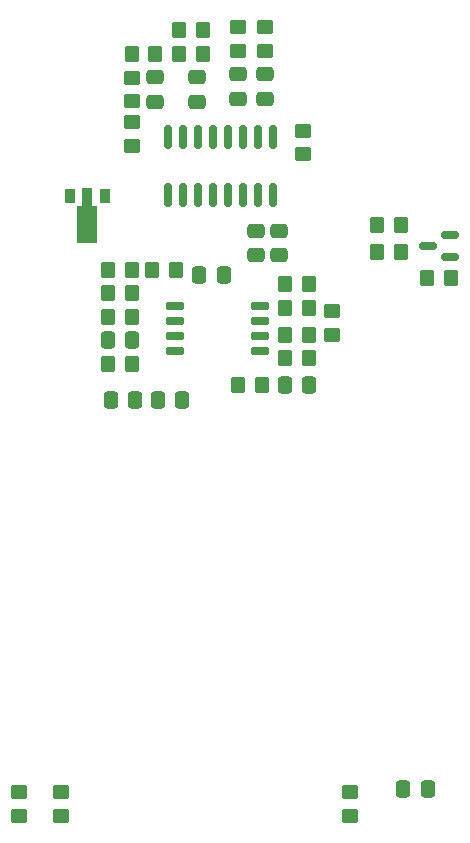
<source format=gbr>
%TF.GenerationSoftware,KiCad,Pcbnew,7.0.2-6a45011f42~172~ubuntu22.04.1*%
%TF.CreationDate,2023-05-29T17:51:51+01:00*%
%TF.ProjectId,little-angel-v3-SMD,6c697474-6c65-42d6-916e-67656c2d7633,rev?*%
%TF.SameCoordinates,Original*%
%TF.FileFunction,Paste,Top*%
%TF.FilePolarity,Positive*%
%FSLAX46Y46*%
G04 Gerber Fmt 4.6, Leading zero omitted, Abs format (unit mm)*
G04 Created by KiCad (PCBNEW 7.0.2-6a45011f42~172~ubuntu22.04.1) date 2023-05-29 17:51:51*
%MOMM*%
%LPD*%
G01*
G04 APERTURE LIST*
G04 Aperture macros list*
%AMRoundRect*
0 Rectangle with rounded corners*
0 $1 Rounding radius*
0 $2 $3 $4 $5 $6 $7 $8 $9 X,Y pos of 4 corners*
0 Add a 4 corners polygon primitive as box body*
4,1,4,$2,$3,$4,$5,$6,$7,$8,$9,$2,$3,0*
0 Add four circle primitives for the rounded corners*
1,1,$1+$1,$2,$3*
1,1,$1+$1,$4,$5*
1,1,$1+$1,$6,$7*
1,1,$1+$1,$8,$9*
0 Add four rect primitives between the rounded corners*
20,1,$1+$1,$2,$3,$4,$5,0*
20,1,$1+$1,$4,$5,$6,$7,0*
20,1,$1+$1,$6,$7,$8,$9,0*
20,1,$1+$1,$8,$9,$2,$3,0*%
%AMFreePoly0*
4,1,9,3.862500,-0.866500,0.737500,-0.866500,0.737500,-0.450000,-0.737500,-0.450000,-0.737500,0.450000,0.737500,0.450000,0.737500,0.866500,3.862500,0.866500,3.862500,-0.866500,3.862500,-0.866500,$1*%
G04 Aperture macros list end*
%ADD10RoundRect,0.150000X0.150000X-0.825000X0.150000X0.825000X-0.150000X0.825000X-0.150000X-0.825000X0*%
%ADD11RoundRect,0.250000X-0.450000X0.350000X-0.450000X-0.350000X0.450000X-0.350000X0.450000X0.350000X0*%
%ADD12RoundRect,0.250000X0.450000X-0.350000X0.450000X0.350000X-0.450000X0.350000X-0.450000X-0.350000X0*%
%ADD13RoundRect,0.250000X-0.337500X-0.475000X0.337500X-0.475000X0.337500X0.475000X-0.337500X0.475000X0*%
%ADD14RoundRect,0.250000X0.350000X0.450000X-0.350000X0.450000X-0.350000X-0.450000X0.350000X-0.450000X0*%
%ADD15RoundRect,0.250000X0.337500X0.475000X-0.337500X0.475000X-0.337500X-0.475000X0.337500X-0.475000X0*%
%ADD16RoundRect,0.150000X0.587500X0.150000X-0.587500X0.150000X-0.587500X-0.150000X0.587500X-0.150000X0*%
%ADD17RoundRect,0.250000X0.475000X-0.337500X0.475000X0.337500X-0.475000X0.337500X-0.475000X-0.337500X0*%
%ADD18RoundRect,0.250000X-0.475000X0.337500X-0.475000X-0.337500X0.475000X-0.337500X0.475000X0.337500X0*%
%ADD19R,0.900000X1.300000*%
%ADD20FreePoly0,270.000000*%
%ADD21RoundRect,0.150000X0.650000X0.150000X-0.650000X0.150000X-0.650000X-0.150000X0.650000X-0.150000X0*%
%ADD22RoundRect,0.250000X-0.350000X-0.450000X0.350000X-0.450000X0.350000X0.450000X-0.350000X0.450000X0*%
G04 APERTURE END LIST*
D10*
%TO.C,U3*%
X140065000Y-84775000D03*
X141335000Y-84775000D03*
X142605000Y-84775000D03*
X143875000Y-84775000D03*
X145145000Y-84775000D03*
X146415000Y-84775000D03*
X147685000Y-84775000D03*
X148955000Y-84775000D03*
X148955000Y-79825000D03*
X147685000Y-79825000D03*
X146415000Y-79825000D03*
X145145000Y-79825000D03*
X143875000Y-79825000D03*
X142605000Y-79825000D03*
X141335000Y-79825000D03*
X140065000Y-79825000D03*
%TD*%
D11*
%TO.C,R25*%
X155510000Y-135300000D03*
X155510000Y-137300000D03*
%TD*%
D12*
%TO.C,R26*%
X127510000Y-137300000D03*
X127510000Y-135300000D03*
%TD*%
D11*
%TO.C,R27*%
X131000000Y-135300000D03*
X131000000Y-137300000D03*
%TD*%
D13*
%TO.C,C18*%
X160012500Y-135000000D03*
X162087500Y-135000000D03*
%TD*%
D14*
%TO.C,R1*%
X137010000Y-91050000D03*
X135010000Y-91050000D03*
%TD*%
%TO.C,R15*%
X152010000Y-98550000D03*
X150010000Y-98550000D03*
%TD*%
D11*
%TO.C,R14*%
X151510000Y-79300000D03*
X151510000Y-81300000D03*
%TD*%
D14*
%TO.C,R17*%
X148010000Y-100800000D03*
X146010000Y-100800000D03*
%TD*%
D15*
%TO.C,C16*%
X141297500Y-102050000D03*
X139222500Y-102050000D03*
%TD*%
D14*
%TO.C,R7*%
X164010000Y-91800000D03*
X162010000Y-91800000D03*
%TD*%
D16*
%TO.C,Q2*%
X163947500Y-90000000D03*
X163947500Y-88100000D03*
X162072500Y-89050000D03*
%TD*%
D14*
%TO.C,R11*%
X152010000Y-96550000D03*
X150010000Y-96550000D03*
%TD*%
%TO.C,R22*%
X143010000Y-70800000D03*
X141010000Y-70800000D03*
%TD*%
D12*
%TO.C,R9*%
X154010000Y-96550000D03*
X154010000Y-94550000D03*
%TD*%
D14*
%TO.C,R19*%
X139010000Y-72800000D03*
X137010000Y-72800000D03*
%TD*%
D12*
%TO.C,R18*%
X137010000Y-76800000D03*
X137010000Y-74800000D03*
%TD*%
D14*
%TO.C,R2*%
X140760000Y-91050000D03*
X138760000Y-91050000D03*
%TD*%
%TO.C,R5*%
X137010000Y-99050000D03*
X135010000Y-99050000D03*
%TD*%
%TO.C,R13*%
X152010000Y-94300000D03*
X150010000Y-94300000D03*
%TD*%
D17*
%TO.C,C9*%
X147510000Y-89837500D03*
X147510000Y-87762500D03*
%TD*%
D13*
%TO.C,C2*%
X134972500Y-97050000D03*
X137047500Y-97050000D03*
%TD*%
%TO.C,C17*%
X135222500Y-102050000D03*
X137297500Y-102050000D03*
%TD*%
D14*
%TO.C,R4*%
X137010000Y-93050000D03*
X135010000Y-93050000D03*
%TD*%
D11*
%TO.C,R20*%
X146010000Y-70550000D03*
X146010000Y-72550000D03*
%TD*%
D13*
%TO.C,C11*%
X142722500Y-91550000D03*
X144797500Y-91550000D03*
%TD*%
%TO.C,C7*%
X149972500Y-100800000D03*
X152047500Y-100800000D03*
%TD*%
D14*
%TO.C,R8*%
X152010000Y-92300000D03*
X150010000Y-92300000D03*
%TD*%
%TO.C,R3*%
X137010000Y-95050000D03*
X135010000Y-95050000D03*
%TD*%
D18*
%TO.C,C13*%
X146010000Y-74512500D03*
X146010000Y-76587500D03*
%TD*%
D14*
%TO.C,R10*%
X159820000Y-87300000D03*
X157820000Y-87300000D03*
%TD*%
D19*
%TO.C,U4*%
X134760000Y-84850000D03*
D20*
X133260000Y-84937500D03*
D19*
X131760000Y-84850000D03*
%TD*%
D17*
%TO.C,C10*%
X149510000Y-89837500D03*
X149510000Y-87762500D03*
%TD*%
D21*
%TO.C,U1*%
X147860000Y-97955000D03*
X147860000Y-96685000D03*
X147860000Y-95415000D03*
X147860000Y-94145000D03*
X140660000Y-94145000D03*
X140660000Y-95415000D03*
X140660000Y-96685000D03*
X140660000Y-97955000D03*
%TD*%
D22*
%TO.C,R12*%
X157820000Y-89550000D03*
X159820000Y-89550000D03*
%TD*%
D17*
%TO.C,C12*%
X142510000Y-76837500D03*
X142510000Y-74762500D03*
%TD*%
%TO.C,C14*%
X148260000Y-76587500D03*
X148260000Y-74512500D03*
%TD*%
D22*
%TO.C,R21*%
X141010000Y-72800000D03*
X143010000Y-72800000D03*
%TD*%
D17*
%TO.C,C15*%
X139010000Y-76837500D03*
X139010000Y-74762500D03*
%TD*%
D11*
%TO.C,R23*%
X148260000Y-70550000D03*
X148260000Y-72550000D03*
%TD*%
D12*
%TO.C,R16*%
X137010000Y-80550000D03*
X137010000Y-78550000D03*
%TD*%
M02*

</source>
